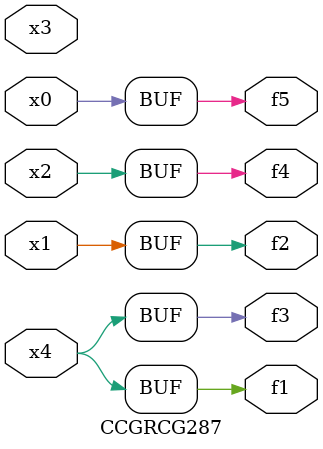
<source format=v>
module CCGRCG287(
	input x0, x1, x2, x3, x4,
	output f1, f2, f3, f4, f5
);
	assign f1 = x4;
	assign f2 = x1;
	assign f3 = x4;
	assign f4 = x2;
	assign f5 = x0;
endmodule

</source>
